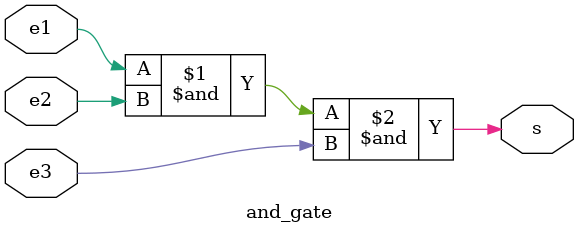
<source format=v>
module and_gate (e1, e2, e3, s);
    input e1;
    input e2;
    input e3;
    output s;


    assign s = e1 & e2 & e3;

endmodule

</source>
